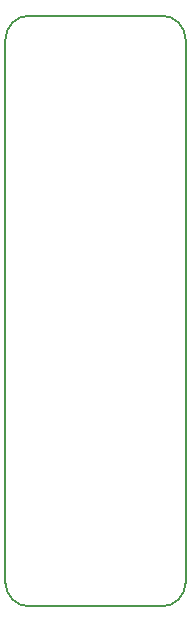
<source format=gm1>
G04 #@! TF.FileFunction,Profile,NP*
%FSLAX46Y46*%
G04 Gerber Fmt 4.6, Leading zero omitted, Abs format (unit mm)*
G04 Created by KiCad (PCBNEW 4.0.0-rc2-stable) date 17/02/2016 11:29:09*
%MOMM*%
G01*
G04 APERTURE LIST*
%ADD10C,0.100000*%
%ADD11C,0.150000*%
G04 APERTURE END LIST*
D10*
D11*
X100230360Y98707900D02*
X100230360Y52707900D01*
X86980360Y50707900D02*
X98230360Y50707900D01*
X86980360Y100707900D02*
X98230360Y100707900D01*
X84980360Y52707900D02*
X84980360Y98707900D01*
X84980360Y52707900D02*
G75*
G03X86980360Y50707900I2000000J0D01*
G01*
X86980360Y100707900D02*
G75*
G03X84980360Y98707900I0J-2000000D01*
G01*
X100230360Y98707900D02*
G75*
G03X98230360Y100707900I-2000000J0D01*
G01*
X98230360Y50707900D02*
G75*
G03X100230360Y52707900I0J2000000D01*
G01*
M02*

</source>
